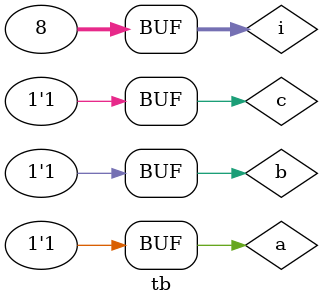
<source format=v>
module tb();
  reg a,b,c;
  wire sum,c_out;
  integer i;
  
  Top_module n1(a,b,c,sum,c_out);
  initial
    begin
      for(i=0;i<8;i=i+1)
        begin
         #1; {a,b,c}=i;
          
        end
    end
  initial
    begin
      $monitor("a=%0b,b=%0b,c=%0b,sum=%0b,carry=%0b",a,b,c,sum,c_out);
    end
endmodule

</source>
